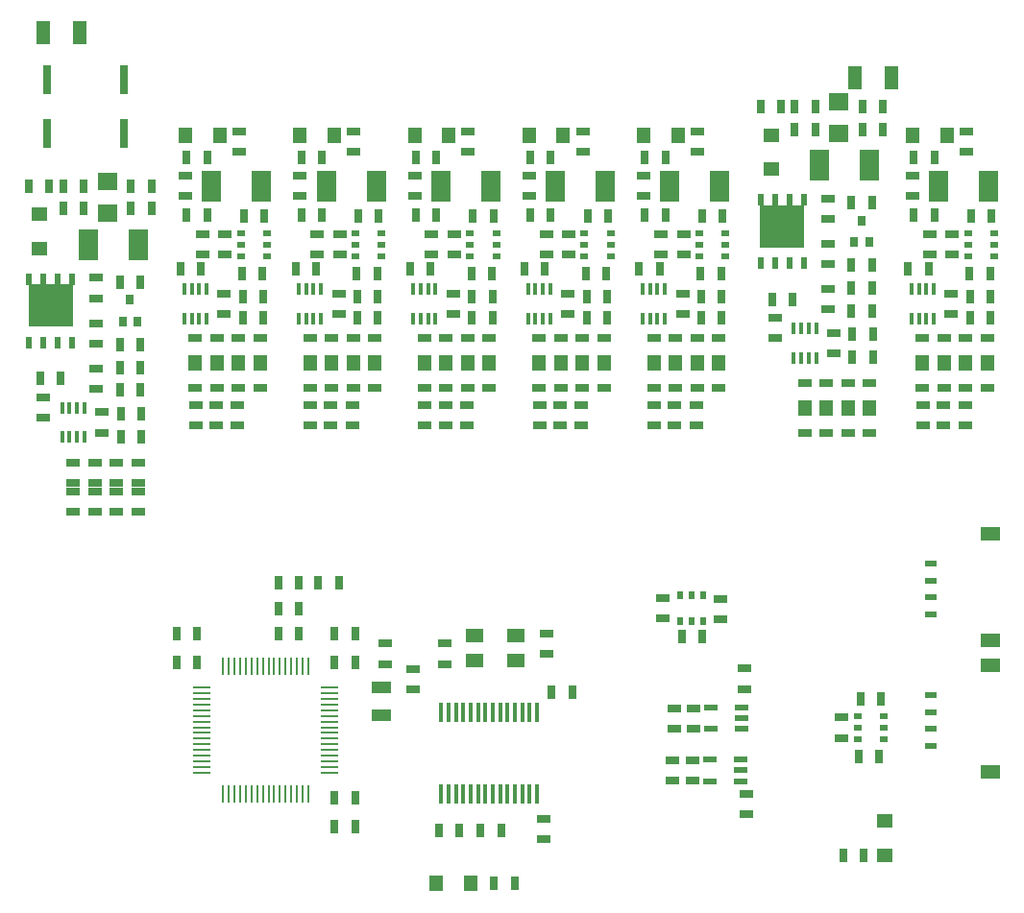
<source format=gtp>
G75*
%MOIN*%
%OFA0B0*%
%FSLAX25Y25*%
%IPPOS*%
%LPD*%
%AMOC8*
5,1,8,0,0,1.08239X$1,22.5*
%
%ADD10R,0.00984X0.06102*%
%ADD11R,0.06102X0.00984*%
%ADD12R,0.01575X0.06890*%
%ADD13R,0.07087X0.03937*%
%ADD14R,0.03150X0.04724*%
%ADD15R,0.04724X0.03150*%
%ADD16R,0.06299X0.04921*%
%ADD17R,0.03937X0.00984*%
%ADD18R,0.00984X0.03937*%
%ADD19R,0.01772X0.03937*%
%ADD20R,0.02756X0.03543*%
%ADD21R,0.02402X0.04016*%
%ADD22R,0.15394X0.15000*%
%ADD23R,0.02756X0.02000*%
%ADD24R,0.07087X0.10630*%
%ADD25R,0.04724X0.05512*%
%ADD26R,0.07087X0.06299*%
%ADD27R,0.03150X0.10236*%
%ADD28R,0.04724X0.07874*%
%ADD29R,0.05512X0.04724*%
%ADD30R,0.03937X0.02362*%
%ADD31R,0.07087X0.04921*%
%ADD32R,0.02000X0.02756*%
%ADD33R,0.04724X0.02362*%
D10*
X0078913Y0049972D03*
X0080882Y0049972D03*
X0082850Y0049972D03*
X0084819Y0049972D03*
X0086787Y0049972D03*
X0088756Y0049972D03*
X0090724Y0049972D03*
X0092693Y0049972D03*
X0094661Y0049972D03*
X0096630Y0049972D03*
X0098598Y0049972D03*
X0100567Y0049972D03*
X0102535Y0049972D03*
X0104504Y0049972D03*
X0106472Y0049972D03*
X0108441Y0049972D03*
X0108441Y0094066D03*
X0106472Y0094066D03*
X0104504Y0094066D03*
X0102535Y0094066D03*
X0100567Y0094066D03*
X0098598Y0094066D03*
X0096630Y0094066D03*
X0094661Y0094066D03*
X0092693Y0094066D03*
X0090724Y0094066D03*
X0088756Y0094066D03*
X0086787Y0094066D03*
X0084819Y0094066D03*
X0082850Y0094066D03*
X0080882Y0094066D03*
X0078913Y0094066D03*
D11*
X0071630Y0057255D03*
X0071630Y0059224D03*
X0071630Y0061192D03*
X0071630Y0063161D03*
X0071630Y0065129D03*
X0071630Y0067098D03*
X0071630Y0069066D03*
X0071630Y0071035D03*
X0071630Y0073003D03*
X0071630Y0074972D03*
X0071630Y0076940D03*
X0071630Y0078909D03*
X0071630Y0080877D03*
X0071630Y0082846D03*
X0071630Y0084814D03*
X0071630Y0086783D03*
X0115724Y0086783D03*
X0115724Y0084814D03*
X0115724Y0082846D03*
X0115724Y0080877D03*
X0115724Y0078909D03*
X0115724Y0076940D03*
X0115724Y0074972D03*
X0115724Y0073003D03*
X0115724Y0071035D03*
X0115724Y0069066D03*
X0115724Y0067098D03*
X0115724Y0065129D03*
X0115724Y0063161D03*
X0115724Y0061192D03*
X0115724Y0059224D03*
X0115724Y0057255D03*
D12*
X0154543Y0049972D03*
X0157102Y0049972D03*
X0159661Y0049972D03*
X0162220Y0049972D03*
X0164780Y0049972D03*
X0167339Y0049972D03*
X0169898Y0049972D03*
X0172457Y0049972D03*
X0175016Y0049972D03*
X0177575Y0049972D03*
X0180134Y0049972D03*
X0182693Y0049972D03*
X0185252Y0049972D03*
X0187811Y0049972D03*
X0187811Y0078318D03*
X0185252Y0078318D03*
X0182693Y0078318D03*
X0180134Y0078318D03*
X0177575Y0078318D03*
X0175016Y0078318D03*
X0172457Y0078318D03*
X0169898Y0078318D03*
X0167339Y0078318D03*
X0164780Y0078318D03*
X0162220Y0078318D03*
X0159661Y0078318D03*
X0157102Y0078318D03*
X0154543Y0078318D03*
D13*
X0133677Y0077098D03*
X0133677Y0086940D03*
D14*
X0124701Y0095641D03*
X0117614Y0095641D03*
X0117614Y0105483D03*
X0124701Y0105483D03*
X0118992Y0123161D03*
X0111906Y0123161D03*
X0105213Y0123161D03*
X0098126Y0123161D03*
X0098126Y0114302D03*
X0105213Y0114302D03*
X0105213Y0105444D03*
X0098126Y0105444D03*
X0069740Y0105483D03*
X0062654Y0105483D03*
X0062654Y0095641D03*
X0069740Y0095641D03*
X0117614Y0048397D03*
X0124701Y0048397D03*
X0124701Y0038554D03*
X0117614Y0038554D03*
X0153697Y0037078D03*
X0160783Y0037078D03*
X0168303Y0037078D03*
X0175390Y0037078D03*
X0172929Y0018830D03*
X0180016Y0018830D03*
X0192909Y0085306D03*
X0199996Y0085306D03*
X0238008Y0104420D03*
X0245094Y0104420D03*
X0300016Y0082846D03*
X0307102Y0082846D03*
X0306602Y0062846D03*
X0299516Y0062846D03*
X0301079Y0028672D03*
X0293992Y0028672D03*
X0297260Y0201393D03*
X0304346Y0201393D03*
X0304346Y0209424D03*
X0297260Y0209424D03*
X0296945Y0217649D03*
X0304031Y0217649D03*
X0304031Y0225523D03*
X0296945Y0225523D03*
X0296945Y0233397D03*
X0304031Y0233397D03*
X0316575Y0232062D03*
X0323661Y0232062D03*
X0337902Y0230606D03*
X0344988Y0230606D03*
X0345161Y0222562D03*
X0338075Y0222562D03*
X0338075Y0215062D03*
X0345161Y0215062D03*
X0345488Y0250606D03*
X0338402Y0250606D03*
X0325685Y0250720D03*
X0318598Y0250720D03*
X0304031Y0255050D03*
X0296945Y0255050D03*
X0318598Y0270798D03*
X0325685Y0270798D03*
X0307969Y0280641D03*
X0300882Y0280641D03*
X0300882Y0288515D03*
X0307969Y0288515D03*
X0284346Y0288515D03*
X0277260Y0288515D03*
X0272535Y0288515D03*
X0265449Y0288515D03*
X0277260Y0280641D03*
X0284346Y0280641D03*
X0252181Y0250606D03*
X0245094Y0250606D03*
X0232378Y0250720D03*
X0225291Y0250720D03*
X0212417Y0250606D03*
X0205331Y0250606D03*
X0192614Y0250720D03*
X0185528Y0250720D03*
X0172654Y0250606D03*
X0165567Y0250606D03*
X0152850Y0250720D03*
X0145764Y0250720D03*
X0132890Y0250606D03*
X0125803Y0250606D03*
X0113087Y0250720D03*
X0106000Y0250720D03*
X0093126Y0250606D03*
X0086039Y0250606D03*
X0073323Y0250720D03*
X0066236Y0250720D03*
X0054031Y0253082D03*
X0046945Y0253082D03*
X0046945Y0260956D03*
X0054031Y0260956D03*
X0066236Y0270798D03*
X0073323Y0270798D03*
X0106000Y0270798D03*
X0113087Y0270798D03*
X0145764Y0270798D03*
X0152850Y0270798D03*
X0185528Y0270798D03*
X0192614Y0270798D03*
X0225291Y0270798D03*
X0232378Y0270798D03*
X0230354Y0232062D03*
X0223268Y0232062D03*
X0211917Y0230606D03*
X0204831Y0230606D03*
X0205004Y0222562D03*
X0212091Y0222562D03*
X0212091Y0215062D03*
X0205004Y0215062D03*
X0190591Y0232062D03*
X0183504Y0232062D03*
X0172327Y0222562D03*
X0165240Y0222562D03*
X0165067Y0230606D03*
X0172154Y0230606D03*
X0172327Y0215062D03*
X0165240Y0215062D03*
X0150827Y0232062D03*
X0143740Y0232062D03*
X0132390Y0230606D03*
X0125303Y0230606D03*
X0125476Y0222562D03*
X0132563Y0222562D03*
X0132563Y0215062D03*
X0125476Y0215062D03*
X0111063Y0232062D03*
X0103976Y0232062D03*
X0092626Y0230606D03*
X0085539Y0230606D03*
X0085713Y0222562D03*
X0092799Y0222562D03*
X0092799Y0215062D03*
X0085713Y0215062D03*
X0071299Y0232062D03*
X0064213Y0232062D03*
X0050094Y0227491D03*
X0043008Y0227491D03*
X0043008Y0205838D03*
X0050094Y0205838D03*
X0050094Y0197964D03*
X0043008Y0197964D03*
X0043008Y0190090D03*
X0050094Y0190090D03*
X0050409Y0181865D03*
X0043323Y0181865D03*
X0043323Y0173834D03*
X0050409Y0173834D03*
X0022535Y0194027D03*
X0015449Y0194027D03*
X0023323Y0253082D03*
X0030409Y0253082D03*
X0030409Y0260956D03*
X0023323Y0260956D03*
X0018598Y0260956D03*
X0011512Y0260956D03*
X0244594Y0230606D03*
X0251681Y0230606D03*
X0251854Y0222562D03*
X0244768Y0222562D03*
X0244768Y0215062D03*
X0251854Y0215062D03*
X0269386Y0221586D03*
X0276472Y0221586D03*
D15*
X0270524Y0215212D03*
X0270524Y0208125D03*
X0280803Y0192436D03*
X0280803Y0185350D03*
X0280803Y0182436D03*
X0280803Y0175350D03*
X0288303Y0175350D03*
X0288303Y0182436D03*
X0288303Y0185350D03*
X0288303Y0192436D03*
X0295803Y0192436D03*
X0295803Y0185350D03*
X0295803Y0182436D03*
X0295803Y0175350D03*
X0303303Y0175350D03*
X0303303Y0182436D03*
X0303303Y0185350D03*
X0303303Y0192436D03*
X0290803Y0202850D03*
X0290803Y0209936D03*
X0288677Y0218043D03*
X0288677Y0225129D03*
X0288677Y0233791D03*
X0288677Y0240877D03*
X0288677Y0249539D03*
X0288677Y0256625D03*
X0318205Y0257413D03*
X0318205Y0264499D03*
X0336709Y0272767D03*
X0336709Y0279854D03*
X0331945Y0244149D03*
X0331945Y0237062D03*
X0324110Y0237137D03*
X0324110Y0244224D03*
X0331618Y0223606D03*
X0331618Y0216519D03*
X0329118Y0208074D03*
X0329118Y0200987D03*
X0329118Y0198074D03*
X0329118Y0190987D03*
X0328835Y0184972D03*
X0328835Y0177885D03*
X0321748Y0177885D03*
X0321748Y0184972D03*
X0321618Y0190987D03*
X0321618Y0198074D03*
X0321618Y0200987D03*
X0321618Y0208074D03*
X0336618Y0208074D03*
X0336618Y0200987D03*
X0336618Y0198074D03*
X0336618Y0190987D03*
X0336315Y0184972D03*
X0336315Y0177885D03*
X0344118Y0190987D03*
X0344118Y0198074D03*
X0344118Y0200987D03*
X0344118Y0208074D03*
X0251551Y0117464D03*
X0251551Y0110377D03*
X0259750Y0093417D03*
X0259750Y0086330D03*
X0242250Y0079667D03*
X0235500Y0079667D03*
X0235500Y0072580D03*
X0242250Y0072580D03*
X0241646Y0061615D03*
X0234896Y0061615D03*
X0234896Y0054529D03*
X0241646Y0054529D03*
X0260396Y0049865D03*
X0260396Y0042779D03*
X0293559Y0069302D03*
X0293559Y0076389D03*
X0231551Y0110877D03*
X0231551Y0117964D03*
X0191118Y0105661D03*
X0191118Y0098574D03*
X0155685Y0102058D03*
X0155685Y0094972D03*
X0144858Y0093200D03*
X0144858Y0086113D03*
X0135016Y0094972D03*
X0135016Y0102058D03*
X0190134Y0041192D03*
X0190134Y0034106D03*
X0188677Y0177885D03*
X0188677Y0184972D03*
X0188547Y0190987D03*
X0188547Y0198074D03*
X0188547Y0200987D03*
X0188547Y0208074D03*
X0196047Y0208074D03*
X0196047Y0200987D03*
X0196047Y0198074D03*
X0196047Y0190987D03*
X0195764Y0184972D03*
X0195764Y0177885D03*
X0203244Y0177885D03*
X0203244Y0184972D03*
X0203547Y0190987D03*
X0203547Y0198074D03*
X0203547Y0200987D03*
X0203547Y0208074D03*
X0211047Y0208074D03*
X0211047Y0200987D03*
X0211047Y0198074D03*
X0211047Y0190987D03*
X0228311Y0190987D03*
X0228441Y0184972D03*
X0235528Y0184972D03*
X0235811Y0190987D03*
X0235811Y0198074D03*
X0235811Y0200987D03*
X0235811Y0208074D03*
X0228311Y0208074D03*
X0228311Y0200987D03*
X0228311Y0198074D03*
X0243311Y0198074D03*
X0243311Y0200987D03*
X0243311Y0208074D03*
X0250811Y0208074D03*
X0250811Y0200987D03*
X0250811Y0198074D03*
X0250811Y0190987D03*
X0243311Y0190987D03*
X0243008Y0184972D03*
X0243008Y0177885D03*
X0235528Y0177885D03*
X0228441Y0177885D03*
X0238311Y0216519D03*
X0238311Y0223606D03*
X0238638Y0237062D03*
X0238638Y0244149D03*
X0230803Y0244224D03*
X0230803Y0237137D03*
X0224898Y0257413D03*
X0224898Y0264499D03*
X0243402Y0272767D03*
X0243402Y0279854D03*
X0203638Y0279854D03*
X0203638Y0272767D03*
X0185134Y0264499D03*
X0185134Y0257413D03*
X0191039Y0244224D03*
X0191039Y0237137D03*
X0198874Y0237062D03*
X0198874Y0244149D03*
X0198547Y0223606D03*
X0198547Y0216519D03*
X0171283Y0208074D03*
X0171283Y0200987D03*
X0171283Y0198074D03*
X0171283Y0190987D03*
X0163783Y0190987D03*
X0163480Y0184972D03*
X0163480Y0177885D03*
X0156000Y0177885D03*
X0148913Y0177885D03*
X0148913Y0184972D03*
X0148783Y0190987D03*
X0148783Y0198074D03*
X0148783Y0200987D03*
X0148783Y0208074D03*
X0156283Y0208074D03*
X0156283Y0200987D03*
X0156283Y0198074D03*
X0156283Y0190987D03*
X0156000Y0184972D03*
X0163783Y0198074D03*
X0163783Y0200987D03*
X0163783Y0208074D03*
X0158783Y0216519D03*
X0158783Y0223606D03*
X0159110Y0237062D03*
X0159110Y0244149D03*
X0151276Y0244224D03*
X0151276Y0237137D03*
X0145370Y0257413D03*
X0145370Y0264499D03*
X0163874Y0272767D03*
X0163874Y0279854D03*
X0124110Y0279854D03*
X0124110Y0272767D03*
X0105606Y0264499D03*
X0105606Y0257413D03*
X0111512Y0244224D03*
X0111512Y0237137D03*
X0119346Y0237062D03*
X0119346Y0244149D03*
X0119020Y0223606D03*
X0119020Y0216519D03*
X0116520Y0208074D03*
X0116520Y0200987D03*
X0116520Y0198074D03*
X0116520Y0190987D03*
X0116236Y0184972D03*
X0109150Y0184972D03*
X0109020Y0190987D03*
X0109020Y0198074D03*
X0109020Y0200987D03*
X0109020Y0208074D03*
X0124020Y0208074D03*
X0124020Y0200987D03*
X0124020Y0198074D03*
X0124020Y0190987D03*
X0123717Y0184972D03*
X0123717Y0177885D03*
X0116236Y0177885D03*
X0109150Y0177885D03*
X0091756Y0190987D03*
X0091756Y0198074D03*
X0091756Y0200987D03*
X0091756Y0208074D03*
X0084256Y0208074D03*
X0084256Y0200987D03*
X0084256Y0198074D03*
X0084256Y0190987D03*
X0083953Y0184972D03*
X0083953Y0177885D03*
X0076472Y0177885D03*
X0069386Y0177885D03*
X0069386Y0184972D03*
X0069256Y0190987D03*
X0069256Y0198074D03*
X0069256Y0200987D03*
X0069256Y0208074D03*
X0076756Y0208074D03*
X0076756Y0200987D03*
X0076756Y0198074D03*
X0076756Y0190987D03*
X0076472Y0184972D03*
X0049366Y0164877D03*
X0049366Y0157791D03*
X0049366Y0154877D03*
X0049366Y0147791D03*
X0041866Y0147791D03*
X0041866Y0154877D03*
X0041866Y0157791D03*
X0041866Y0164877D03*
X0034366Y0164877D03*
X0034366Y0157791D03*
X0034366Y0154877D03*
X0034366Y0147791D03*
X0026866Y0147791D03*
X0026866Y0154877D03*
X0026866Y0157791D03*
X0026866Y0164877D03*
X0036866Y0175291D03*
X0036866Y0182377D03*
X0034740Y0190483D03*
X0034740Y0197570D03*
X0034740Y0206231D03*
X0034740Y0213318D03*
X0034740Y0221980D03*
X0034740Y0229066D03*
X0065843Y0257413D03*
X0065843Y0264499D03*
X0084346Y0272767D03*
X0084346Y0279854D03*
X0079583Y0244149D03*
X0079583Y0237062D03*
X0071748Y0237137D03*
X0071748Y0244224D03*
X0079256Y0223606D03*
X0079256Y0216519D03*
X0131520Y0208074D03*
X0131520Y0200987D03*
X0131520Y0198074D03*
X0131520Y0190987D03*
X0016587Y0187653D03*
X0016587Y0180566D03*
D16*
X0166039Y0104814D03*
X0166039Y0096153D03*
X0180606Y0096153D03*
X0180606Y0104814D03*
D17*
X0190134Y0041901D03*
D18*
X0167988Y0037078D03*
X0192594Y0085306D03*
X0116922Y0105414D03*
X0070203Y0105614D03*
X0116844Y0038550D03*
D19*
X0030705Y0173716D03*
X0028146Y0173716D03*
X0025587Y0173716D03*
X0023028Y0173716D03*
X0023028Y0183952D03*
X0025587Y0183952D03*
X0028146Y0183952D03*
X0030705Y0183952D03*
X0065417Y0214944D03*
X0067976Y0214944D03*
X0070535Y0214944D03*
X0073094Y0214944D03*
X0073094Y0225180D03*
X0070535Y0225180D03*
X0067976Y0225180D03*
X0065417Y0225180D03*
X0105181Y0225180D03*
X0107740Y0225180D03*
X0110299Y0225180D03*
X0112858Y0225180D03*
X0112858Y0214944D03*
X0110299Y0214944D03*
X0107740Y0214944D03*
X0105181Y0214944D03*
X0144945Y0214944D03*
X0147504Y0214944D03*
X0150063Y0214944D03*
X0152622Y0214944D03*
X0152622Y0225180D03*
X0150063Y0225180D03*
X0147504Y0225180D03*
X0144945Y0225180D03*
X0184709Y0225180D03*
X0187268Y0225180D03*
X0189827Y0225180D03*
X0192386Y0225180D03*
X0192386Y0214944D03*
X0189827Y0214944D03*
X0187268Y0214944D03*
X0184709Y0214944D03*
X0224472Y0214944D03*
X0227031Y0214944D03*
X0229591Y0214944D03*
X0232150Y0214944D03*
X0232150Y0225180D03*
X0229591Y0225180D03*
X0227031Y0225180D03*
X0224472Y0225180D03*
X0276965Y0211511D03*
X0279524Y0211511D03*
X0282083Y0211511D03*
X0284642Y0211511D03*
X0284642Y0201275D03*
X0282083Y0201275D03*
X0279524Y0201275D03*
X0276965Y0201275D03*
X0317780Y0214944D03*
X0320339Y0214944D03*
X0322898Y0214944D03*
X0325457Y0214944D03*
X0325457Y0225180D03*
X0322898Y0225180D03*
X0320339Y0225180D03*
X0317780Y0225180D03*
D20*
X0303047Y0241468D03*
X0297929Y0241468D03*
X0300488Y0248948D03*
X0049110Y0213909D03*
X0043992Y0213909D03*
X0046551Y0221389D03*
D21*
X0026492Y0228653D03*
X0021492Y0228653D03*
X0016492Y0228653D03*
X0011492Y0228653D03*
X0011492Y0206645D03*
X0016492Y0206645D03*
X0021492Y0206645D03*
X0026492Y0206645D03*
X0265429Y0234204D03*
X0270429Y0234204D03*
X0275429Y0234204D03*
X0280429Y0234204D03*
X0280429Y0256212D03*
X0275429Y0256212D03*
X0270429Y0256212D03*
X0265429Y0256212D03*
D22*
X0272929Y0246940D03*
X0018992Y0219381D03*
D23*
X0085008Y0236669D03*
X0085008Y0240606D03*
X0085008Y0244543D03*
X0094157Y0244543D03*
X0094157Y0240606D03*
X0094157Y0236669D03*
X0124772Y0236669D03*
X0124772Y0240606D03*
X0124772Y0244543D03*
X0133921Y0244543D03*
X0133921Y0240606D03*
X0133921Y0236669D03*
X0164535Y0236669D03*
X0164535Y0240606D03*
X0164535Y0244543D03*
X0173685Y0244543D03*
X0173685Y0240606D03*
X0173685Y0236669D03*
X0204299Y0236669D03*
X0204299Y0240606D03*
X0204299Y0244543D03*
X0213449Y0244543D03*
X0213449Y0240606D03*
X0213449Y0236669D03*
X0244063Y0236669D03*
X0244063Y0240606D03*
X0244063Y0244543D03*
X0253213Y0244543D03*
X0253213Y0240606D03*
X0253213Y0236669D03*
X0337370Y0236669D03*
X0337370Y0240606D03*
X0337370Y0244543D03*
X0346520Y0244543D03*
X0346520Y0240606D03*
X0346520Y0236669D03*
X0308134Y0076783D03*
X0308134Y0072846D03*
X0308134Y0068909D03*
X0298984Y0068909D03*
X0298984Y0072846D03*
X0298984Y0076783D03*
D24*
X0327260Y0260956D03*
X0344583Y0260956D03*
X0303244Y0268043D03*
X0285921Y0268043D03*
X0251276Y0260956D03*
X0233953Y0260956D03*
X0211512Y0260956D03*
X0194189Y0260956D03*
X0171748Y0260956D03*
X0154425Y0260956D03*
X0131984Y0260956D03*
X0114661Y0260956D03*
X0092220Y0260956D03*
X0074898Y0260956D03*
X0049307Y0240483D03*
X0031984Y0240483D03*
D25*
X0065843Y0278672D03*
X0077654Y0278672D03*
X0105606Y0278672D03*
X0117417Y0278672D03*
X0145370Y0278672D03*
X0157181Y0278672D03*
X0185134Y0278672D03*
X0196945Y0278672D03*
X0224898Y0278672D03*
X0236709Y0278672D03*
X0318205Y0278672D03*
X0330016Y0278672D03*
X0164661Y0018830D03*
X0152850Y0018830D03*
D26*
X0038677Y0251507D03*
X0038677Y0262531D03*
X0292614Y0279066D03*
X0292614Y0290090D03*
D27*
X0044583Y0297964D03*
X0044583Y0279066D03*
X0017811Y0279066D03*
X0017811Y0297964D03*
D28*
X0016630Y0314106D03*
X0029228Y0314106D03*
X0298126Y0298357D03*
X0310724Y0298357D03*
D29*
X0268992Y0278672D03*
X0268992Y0266861D03*
X0308362Y0040483D03*
X0308362Y0028672D03*
X0015055Y0239302D03*
X0015055Y0251113D03*
D30*
X0324504Y0129854D03*
X0324504Y0123948D03*
X0324504Y0118043D03*
X0324504Y0112137D03*
X0324504Y0084184D03*
X0324504Y0078279D03*
X0324504Y0072373D03*
X0324504Y0066468D03*
D31*
X0344976Y0057393D03*
X0344976Y0094440D03*
X0344976Y0103062D03*
X0344976Y0140109D03*
D32*
X0245488Y0118995D03*
X0241551Y0118995D03*
X0237614Y0118995D03*
X0237614Y0109846D03*
X0241551Y0109846D03*
X0245488Y0109846D03*
D33*
X0248185Y0079863D03*
X0248185Y0072383D03*
X0247831Y0061812D03*
X0247831Y0054332D03*
X0258461Y0054332D03*
X0258461Y0058072D03*
X0258461Y0061812D03*
X0258815Y0072383D03*
X0258815Y0076123D03*
X0258815Y0079863D03*
M02*

</source>
